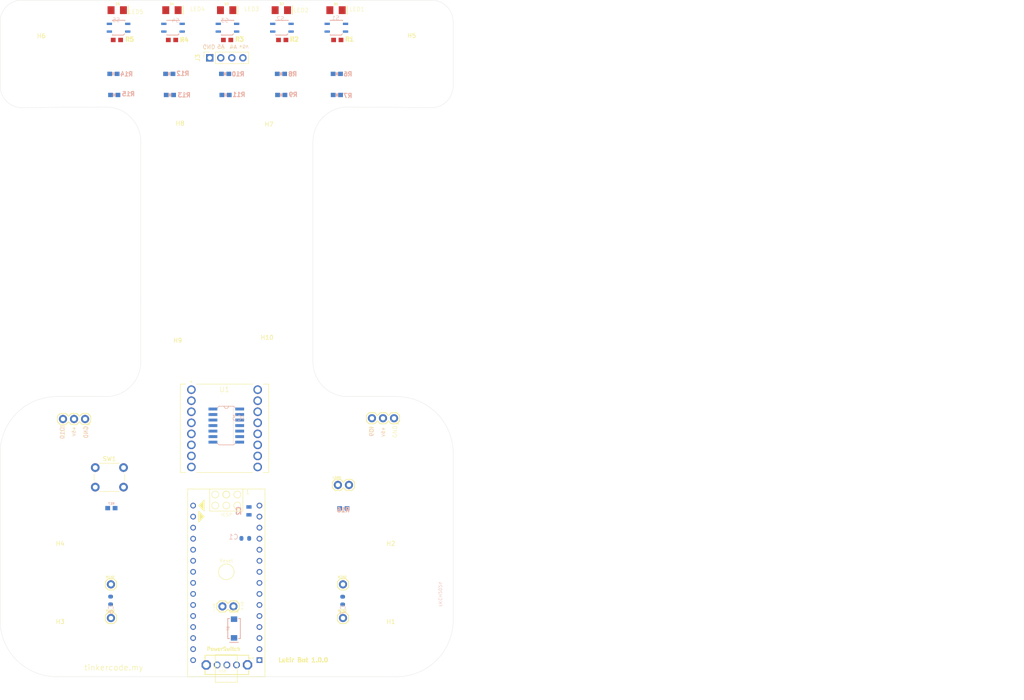
<source format=kicad_pcb>
(kicad_pcb (version 20221018) (generator pcbnew)
  (layers (0 "F.Cu" signal) (31 "B.Cu" signal) (34 "B.Paste" user) (35 "F.Paste" user) (36 "B.SilkS" user "B.Silkscreen") (37 "F.SilkS" user "F.Silkscreen") (38 "B.Mask" user) (39 "F.Mask" user) (44 "Edge.Cuts" user))
  (net 0 "")
  (net 1 "+5V")
  (net 2 "GND")
  (net 3 "/+3V3")
  (net 4 "/AD0")
  (net 5 "/AD1")
  (net 6 "/AD2")
  (net 7 "/AD3")
  (net 8 "/AD4")
  (net 9 "/AD5")
  (net 10 "/AD6")
  (net 11 "/AD7")
  (net 12 "/RESET")
  (net 13 "/IO0")
  (net 14 "/IO1")
  (net 16 "/IO2")
  (net 17 "/IO3")
  (net 18 "/IO4")
  (net 19 "/IO5")
  (net 20 "/IO6")
  (net 21 "/IO7")
  (net 22 "/IO8")
  (net 23 "/IO9")
  (net 24 "Net-(BATT0-Pad1)")
  (net 25 "/A02")
  (net 26 "/A01")
  (net 27 "/B02")
  (net 28 "/B01")
  (net 29 "Net-(D2-PadA)")
  (net 30 "Net-(D3-PadA)")
  (net 31 "Net-(D4-PadA)")
  (net 32 "Net-(D5-PadA)")
  (net 33 "Net-(D7-PadC)")
  (net 34 "Net-(IC3A-O)")
  (net 37 "Net-(IC3C-O)")
  (net 44 "Net-(U2-A)")
  (net 45 "Net-(U5-A)")
  (net 46 "Net-(U6-A)")
  (net 47 "Net-(U7-A)")
  (net 48 "Net-(U8-A)")
  (net 50 "/IO13")
  (net 51 "/IO10")
  (net 52 "/IO11")
  (net 53 "/IO12")
  (net 54 "Net-(D1-PadA)")
  (net 55 "/VIN")
  (footprint "lekirbot:0603" (layer "F.Cu") (at 117.9716 42.4422)
    (fp_text reference "R1" (at 2.8058 0.4318) (layer "F.SilkS") (effects (font (thickness 0.25) bold) (justify bottom)))
    (fp_text value "100OHM-0603-1/10W-1%" hide)
    (pad "1" smd rect (at -0.85 0) (size 1.1 1) (layers "F.Cu" "F.Paste" "F.Mask") (net 54 "Net-(D1-PadA)"))
    (pad "2" smd rect (at 0.85 0) (size 1.1 1) (layers "F.Cu" "F.Paste" "F.Mask") (net 1 "+5V"))
  )
  (footprint "lekirbot:0603" (layer "F.Cu") (at 105.3068 42.4422)
    (fp_text reference "R2" (at 2.7706 0.4318) (layer "F.SilkS") (effects (font (thickness 0.25) bold) (justify bottom)))
    (fp_text value "100OHM-0603-1/10W-1%" hide)
    (pad "1" smd rect (at -0.85 0) (size 1.1 1) (layers "F.Cu" "F.Paste" "F.Mask") (net 29 "Net-(D2-PadA)"))
    (pad "2" smd rect (at 0.85 0) (size 1.1 1) (layers "F.Cu" "F.Paste" "F.Mask") (net 1 "+5V"))
  )
  (footprint "Connector_PinSocket_2.54mm:PinSocket_1x04_P2.54mm_Vertical" (layer "F.Cu") (at 88.6464 46.557 90)
    (fp_text reference "J3" (at 0 -2.77 90) (layer "F.SilkS"))
    (fp_text value "Conn_01x04_Pin")
    (pad "1" thru_hole rect (at 0 0 90) (size 1.7 1.7) (drill 1) (layers "*.Cu" "*.Mask") (net 2 "GND"))
    (pad "2" thru_hole oval (at 0 2.54 90) (size 1.7 1.7) (drill 1) (layers "*.Cu" "*.Mask") (net 9 "/AD5"))
    (pad "3" thru_hole oval (at 0 5.08 90) (size 1.7 1.7) (drill 1) (layers "*.Cu" "*.Mask") (net 8 "/AD4"))
    (pad "4" thru_hole oval (at 0 7.62 90) (size 1.7 1.7) (drill 1) (layers "*.Cu" "*.Mask") (net 1 "+5V"))
  )
  (footprint "MountingHole:MountingHole_3.2mm_M3" (layer "F.Cu") (at 54.2671 180.453451)
    (fp_text reference "H3" (at 0 -4.2) (layer "F.SilkS"))
    (fp_text value "MountingHole")
    (pad "" np_thru_hole circle (at 0 0) (size 3.2 3.2) (drill 3.2) (layers "*.Cu" "*.Mask"))
  )
  (footprint "lekirbot:1X03" (layer "F.Cu") (at 131.0136 129.455251 180)
    (fp_text reference "J1" (at -1.27 -1.397) (layer "F.SilkS") (effects (font (size 0.512064 0.512064) (thickness 0.097536)) (justify right bottom)))
    (fp_text value "455-1750-1-ND" hide)
    (pad "1" thru_hole circle (at 0 0 270) (size 1.8796 1.8796) (drill 1.016) (layers "*.Cu" "*.Mask") (net 2 "GND"))
    (pad "2" thru_hole circle (at 2.54 0 270) (size 1.8796 1.8796) (drill 1.016) (layers "*.Cu" "*.Mask") (net 1 "+5V"))
    (pad "3" thru_hole circle (at 5.08 0 270) (size 1.8796 1.8796) (drill 1.016) (layers "*.Cu" "*.Mask") (net 23 "/IO9"))
  )
  (footprint "lekirbot:FKIT-LED-1206" (layer "F.Cu") (at 105.1056 35.5842)
    (fp_text reference "D2" (at 0.122373 -1.111251) (layer "F.SilkS") (effects (font (size 0.512064 0.512064) (thickness 0.097536)) (justify bottom)))
    (fp_text value "LED-FKIT-1206" hide)
    (pad "A" smd rect (at -1.422 0) (size 1.6 1.803) (layers "F.Cu" "F.Paste" "F.Mask") (net 29 "Net-(D2-PadA)"))
    (pad "C" smd rect (at 1.422 0) (size 1.6 1.803) (layers "F.Cu" "F.Paste" "F.Mask") (net 50 "/IO13"))
  )
  (footprint "lekirbot:1X01" (layer "F.Cu") (at 65.9384 167.664551)
    (fp_text reference "M1A0" (at -1.27 -1.397) (layer "F.SilkS") (effects (font (size 0.512064 0.512064) (thickness 0.097536)) (justify left bottom)))
    (fp_text value "CONN_01")
    (pad "1" thru_hole circle (at 0 0 90) (size 1.8796 1.8796) (drill 1.016) (layers "*.Cu" "*.Mask") (net 26 "/A01"))
  )
  (footprint "lekirbot:1X03" (layer "F.Cu") (at 59.9952 129.633051 180)
    (fp_text reference "J2" (at -1.27 -1.397) (layer "F.SilkS") (effects (font (size 0.512064 0.512064) (thickness 0.097536)) (justify right bottom)))
    (fp_text value "455-1750-1-ND" hide)
    (pad "1" thru_hole circle (at 0 0 270) (size 1.8796 1.8796) (drill 1.016) (layers "*.Cu" "*.Mask") (net 2 "GND"))
    (pad "2" thru_hole circle (at 2.54 0 270) (size 1.8796 1.8796) (drill 1.016) (layers "*.Cu" "*.Mask") (net 1 "+5V"))
    (pad "3" thru_hole circle (at 5.08 0 270) (size 1.8796 1.8796) (drill 1.016) (layers "*.Cu" "*.Mask") (net 51 "/IO10"))
  )
  (footprint "MountingHole:MountingHole_3.2mm_M3" (layer "F.Cu") (at 54.2671 162.495651)
    (fp_text reference "H4" (at 0 -4.2) (layer "F.SilkS"))
    (fp_text value "MountingHole")
    (pad "" np_thru_hole circle (at 0 0) (size 3.2 3.2) (drill 3.2) (layers "*.Cu" "*.Mask"))
  )
  (footprint "lekirbot:FKIT-LED-1206" (layer "F.Cu") (at 117.6786 35.5842)
    (fp_text reference "D1" (at 0 -1.119541) (layer "F.SilkS") (effects (font (size 0.48768 0.48768) (thickness 0.12192)) (justify bottom)))
    (fp_text value "LED-FKIT-1206" hide)
    (pad "A" smd rect (at -1.422 0) (size 1.6 1.803) (layers "F.Cu" "F.Paste" "F.Mask") (net 54 "Net-(D1-PadA)"))
    (pad "C" smd rect (at 1.422 0) (size 1.6 1.803) (layers "F.Cu" "F.Paste" "F.Mask") (net 52 "/IO11"))
  )
  (footprint "Button_Switch_THT:SW_PUSH_6mm" (layer "F.Cu") (at 62.3344 140.804851)
    (fp_text reference "SW1" (at 3.25 -2) (layer "F.SilkS"))
    (fp_text value "SW_Push")
    (pad "1" thru_hole circle (at 0 0 90) (size 2 2) (drill 1.1) (layers "*.Cu" "*.Mask") (net 2 "GND"))
    (pad "1" thru_hole circle (at 6.5 0 90) (size 2 2) (drill 1.1) (layers "*.Cu" "*.Mask") (net 2 "GND"))
    (pad "2" thru_hole circle (at 0 4.5 90) (size 2 2) (drill 1.1) (layers "*.Cu" "*.Mask") (net 22 "/IO8"))
    (pad "2" thru_hole circle (at 6.5 4.5 90) (size 2 2) (drill 1.1) (layers "*.Cu" "*.Mask") (net 22 "/IO8"))
  )
  (footprint "lekirbot:FKIT-LED-1206" (layer "F.Cu") (at 79.9596 35.5842)
    (fp_text reference "D4" (at 0 -1.111251) (layer "F.SilkS") (effects (font (size 0.512064 0.512064) (thickness 0.097536)) (justify bottom)))
    (fp_text value "LED-FKIT-1206" hide)
    (pad "A" smd rect (at -1.422 0) (size 1.6 1.803) (layers "F.Cu" "F.Paste" "F.Mask") (net 31 "Net-(D4-PadA)"))
    (pad "C" smd rect (at 1.422 0) (size 1.6 1.803) (layers "F.Cu" "F.Paste" "F.Mask") (net 53 "/IO12"))
  )
  (footprint "MountingHole:MountingHole_3.2mm_M3" (layer "F.Cu") (at 135.0776 45.6426)
    (fp_text reference "H5" (at 0 -4.2) (layer "F.SilkS"))
    (fp_text value "MountingHole")
    (pad "" np_thru_hole circle (at 0 0) (size 3.2 3.2) (drill 3.2) (layers "*.Cu" "*.Mask"))
  )
  (footprint "lekirbot:1X02" (layer "F.Cu") (at 118.1104 144.796851)
    (fp_text reference "LDR0" (at -1.27 -1.397) (layer "F.SilkS") (effects (font (size 0.512064 0.512064) (thickness 0.097536)) (justify left bottom)))
    (fp_text value "CONN_02")
    (pad "1" thru_hole circle (at 0 0 90) (size 1.8796 1.8796) (drill 1.016) (layers "*.Cu" "*.Mask") (net 11 "/AD7"))
    (pad "2" thru_hole circle (at 2.54 0 90) (size 1.8796 1.8796) (drill 1.016) (layers "*.Cu" "*.Mask") (net 1 "+5V"))
  )
  (footprint "lekirbot:1X02" (layer "F.Cu") (at 94.1074 172.736851 180)
    (fp_text reference "BATT0" (at -1.270009 -1.397007) (layer "F.SilkS") (effects (font (size 0.512064 0.512064) (thickness 0.097536)) (justify right bottom)))
    (fp_text value "CONN_02")
    (pad "1" thru_hole circle (at 0 0 270) (size 1.8796 1.8796) (drill 1.016) (layers "*.Cu" "*.Mask") (net 24 "Net-(BATT0-Pad1)"))
    (pad "2" thru_hole circle (at 2.54 0 270) (size 1.8796 1.8796) (drill 1.016) (layers "*.Cu" "*.Mask") (net 2 "GND"))
  )
  (footprint "lekirbot:FKIT-LED-1206" (layer "F.Cu") (at 92.5326 35.5842)
    (fp_text reference "D3" (at -0.000003 -1.111251) (layer "F.SilkS") (effects (font (size 0.512064 0.512064) (thickness 0.097536)) (justify bottom)))
    (fp_text value "LED-FKIT-1206" hide)
    (pad "A" smd rect (at -1.422 0) (size 1.6 1.803) (layers "F.Cu" "F.Paste" "F.Mask") (net 30 "Net-(D3-PadA)"))
    (pad "C" smd rect (at 1.422 0) (size 1.6 1.803) (layers "F.Cu" "F.Paste" "F.Mask") (net 21 "/IO7"))
  )
  (footprint "lekirbot:0603" (layer "F.Cu") (at 67.3122 42.4422)
    (fp_text reference "R5" (at 2.9192 0.4318) (layer "F.SilkS") (effects (font (thickness 0.25) bold) (justify bottom)))
    (fp_text value "100OHM-0603-1/10W-1%" hide)
    (pad "1" smd rect (at -0.85 0) (size 1.1 1) (layers "F.Cu" "F.Paste" "F.Mask") (net 32 "Net-(D5-PadA)"))
    (pad "2" smd rect (at 0.85 0) (size 1.1 1) (layers "F.Cu" "F.Paste" "F.Mask") (net 1 "+5V"))
  )
  (footprint "lekirbot:ARDUINO_NANO" (layer "F.Cu") (at 92.4564 164.786851 90)
    (fp_text reference "ARDUINO_NANO1" hide)
    (fp_text value "ARDUINO_NANO" hide)
    (fp_text user "This library was created by Esp. Marco-Luis SALCEDO TOVAR.\nPlease report any errors or suggestions to: YV1HX@CANTV.NET\nThanks you~~!" (at -22.86 1.27 180) (layer "F.SilkS") (effects (font (size 0.050292 0.050292) (thickness 0.000508)) (justify left bottom)))
    (fp_text user "Mini-B\nUSB" (at -21.59 0 180) (layer "F.SilkS") (effects (font (size 0.560832 0.560832) (thickness 0.048768)) (justify right top)))
    (fp_text user "1" (at -20.32 6.35 90) (layer "F.SilkS") (effects (font (size 0.93472 0.93472) (thickness 0.08128)) (justify left bottom)))
    (fp_text user "1" (at 17.78 4.445) (layer "F.SilkS") (effects (font (size 0.93472 0.93472) (thickness 0.08128)) (justify left bottom)))
    (fp_text user "ICSP" (at 12.7 -1.27) (layer "F.SilkS") (effects (font (size 0.747776 0.747776) (thickness 0.065024)) (justify left bottom)))
    (fp_text user "Reset" (at 2.54 0 180) (layer "F.SilkS") (effects (font (size 0.747776 0.747776) (thickness 0.065024))))
    (pad "" np_thru_hole circle (at -22.86 -7.62 90) (size 1.778 1.778) (drill 1.778) (layers "*.Cu" "*.Mask"))
    (pad "" np_thru_hole circle (at -22.86 7.62 90) (size 1.778 1.778) (drill 1.778) (layers "*.Cu" "*.Mask"))
    (pad "" np_thru_hole circle (at 17.78 -7.62 90) (size 1.778 1.778) (drill 1.778) (layers "*.Cu" "*.Mask"))
    (pad "" np_thru_hole circle (at 17.78 7.62 90) (size 1.778 1.778) (drill 1.778) (layers "*.Cu" "*.Mask"))
    (pad "1" thru_hole rect (at -20.32 7.62 90) (size 1.308 1.308) (drill 0.8) (layers "*.Cu" "*.Mask") (net 50 "/IO13"))
    (pad "2" thru_hole circle (at -17.78 7.62 90) (size 1.308 1.308) (drill 0.8) (layers "*.Cu" "*.Mask") (net 3 "/+3V3"))
    (pad "3" thru_hole circle (at -15.24 7.62 90) (size 1.308 1.308) (drill 0.8) (layers "*.Cu" "*.Mask") (net 1 "+5V"))
    (pad "4" thru_hole circle (at -12.7 7.62 90) (size 1.308 1.308) (drill 0.8) (layers "*.Cu" "*.Mask") (net 4 "/AD0"))
    (pad "5" thru_hole circle (at -10.16 7.62 90) (size 1.308 1.308) (drill 0.8) (layers "*.Cu" "*.Mask") (net 5 "/AD1"))
    (pad "6" thru_hole circle (at -7.62 7.62 90) (size 1.308 1.308) (drill 0.8) (layers "*.Cu" "*.Mask") (net 6 "/AD2"))
    (pad "7" thru_hole circle (at -5.08 7.62 90) (size 1.308 1.308) (drill 0.8) (layers "*.Cu" "*.Mask") (net 7 "/AD3"))
    (pad "8" thru_hole circle (at -2.54 7.62 90) (size 1.308 1.308) (drill 0.8) (layers "*.Cu" "*.Mask") (net 8 "/AD4"))
    (pad "9" thru_hole circle (at 0 7.62 90) (size 1.308 1.308) (drill 0.8) (layers "*.Cu" "*.Mask") (net 9 "/AD5"))
    (pad "10" thru_hole circle (at 2.54 7.62 90) (size 1.308 1.308) (drill 0.8) (layers "*.Cu" "*.Mask") (net 10 "/AD6"))
    (pad "11" thru_hole circle (at 5.08 7.62 90) (size 1.308 1.308) (drill 0.8) (layers "*.Cu" "*.Mask") (net 11 "/AD7"))
    (pad "12" thru_hole circle (at 7.62 7.62 90) (size 1.308 1.308) (drill 0.8) (layers "*.Cu" "*.Mask") (net 1 "+5V"))
    (pad "13" thru_hole circle (at 10.16 7.62 90) (size 1.308 1.308) (drill 0.8) (layers "*.Cu" "*.Mask") (net 12 "/RESET"))
    (pad "14" thru_hole circle (at 12.7 7.62 90) (size 1.308 1.308) (drill 0.8) (layers "*.Cu" "*.Mask") (net 2 "GND"))
    (pad "15" thru_hole circle (at 15.24 7.62 90) (size 1.308 1.308) (drill 0.8) (layers "*.Cu" "*.Mask") (net 55 "/VIN"))
    (pad "16" thru_hole circle (at 15.24 -7.62 90) (size 1.308 1.308) (drill 0.8) (layers "*.Cu" "*.Mask") (net 13 "/IO0"))
    (pad "17" thru_hole circle (at 12.7 -7.62 90) (size 1.308 1.308) (drill 0.8) (layers "*.Cu" "*.Mask") (net 14 "/IO1"))
    (pad "18" thru_hole circle (at 10.16 -7.62 90) (size 1.308 1.308) (drill 0.8) (layers "*.Cu" "*.Mask"))
    (pad "19" thru_hole circle (at 7.62 -7.62 90) (size 1.308 1.308) (drill 0.8) (layers "*.Cu" "*.Mask") (net 2 "GND"))
    (pad "20" thru_hole circle (at 5.08 -7.62 90) (size 1.308 1.308) (drill 0.8) (layers "*.Cu" "*.Mask") (net 16 "/IO2"))
    (pad "21" thru_hole circle (at 2.54 -7.62 90) (size 1.308 1.308) (drill 0.8) (layers "*.Cu" "*.Mask") (net 17 "/IO3"))
    (pad "22" thru_hole circle (at 0 -7.62 90) (size 1.308 1.308) (drill 0.8) (layers "*.Cu" "*.Mask") (net 18 "/IO4"))
    (pad "23" thru_hole circle (at -2.54 -7.62 90) (size 1.308 1.308) (drill 0.8) (layers "*.Cu" "*.Mask") (net 19 "/IO5"))
    (pad "24" thru_hole circle (at -5.08 -7.62 90) (size 1.308 1.308) (drill 0.8) (layers "*.Cu" "*.Mask") (net 20 "/IO6"))
    (pad "25" thru_hole circle (at -7.62 -7.62 90) (size 1.308 1.308) (drill 0.8) (layers "*.Cu" "*.Mask") (net 21 "/IO7"))
    (pad "26" thru_hole circle (at -10.16 -7.62 90) (size 1.308 1.308) (drill 0.8) (layers "*.Cu" "*.Mask") (net 22 "/IO8"))
    (pad "27" thru_hole circle (at -12.7 -7.62 90) (size 1.308 1.308) (drill 0.8) (layers "*.Cu" "*.Mask") (net 23 "/IO9"))
    (pad "28" thru_hole circle (at -15.24 -7.62 90) (size 1.308 1.308) (drill 0.8) (layers "*.Cu" "*.Mask") (net 51 "/IO10"))
    (pad "29" thru_hole circle (at -17.78 -7.62 90) (size 1.308 1.308) (drill 0.8) (layers "*.Cu" "*.Mask") (net 52 "/IO11"))
    (pad "30" thru_hole circle (at -20.32 -7.62 90) (size 1.308 1.308) (drill 0.8) (layers "*.Cu" "*.Mask") (net 53 "/IO12"))
  )
  (footprint "MountingHole:MountingHole_3.2mm_M3" (layer "F.Cu") (at 81.8392 65.8356)
    (fp_text reference "H8" (at 0 -4.2) (layer "F.SilkS"))
    (fp_text value "MountingHole")
    (pad "" np_thru_hole circle (at 0 0) (size 3.2 3.2) (drill 3.2) (layers "*.Cu" "*.Mask"))
  )
  (footprint "lekirbot:0603" (layer "F.Cu") (at 92.6419 42.4422)
    (fp_text reference "R3" (at 2.8625 0.4318) (layer "F.SilkS") (effects (font (thickness 0.25) bold) (justify bottom)))
    (fp_text value "100OHM-0603-1/10W-1%" hide)
    (pad "1" smd rect (at -0.85 0) (size 1.1 1) (layers "F.Cu" "F.Paste" "F.Mask") (net 30 "Net-(D3-PadA)"))
    (pad "2" smd rect (at 0.85 0) (size 1.1 1) (layers "F.Cu" "F.Paste" "F.Mask") (net 1 "+5V"))
  )
  (footprint "lekirbot:EG1213" (layer "F.Cu") (at 92.5834 186.198851)
    (fp_text reference "S2X0" hide)
    (fp_text value "EG1213" hide)
    (fp_text user "PowerSwitch" (at -4.699 -3.175) (layer "F.SilkS") (effects (font (size 0.83312 0.83312) (thickness 0.18288)) (justify left bottom)))
    (pad "1" thru_hole roundrect (at -2.2225 0 90) (size 1.524 1.524) (drill 1.016) (layers "*.Cu" "*.Mask") (chamfer_ratio 0.2928932188) (chamfer top_left top_right bottom_left bottom_right) (net 55 "/VIN"))
    (pad "2" thru_hole roundrect (at 0 0 90) (size 1.524 1.524) (drill 1.016) (layers "*.Cu" "*.Mask") (chamfer_ratio 0.2928932188) (chamfer top_left top_right bottom_left bottom_right) (net 33 "Net-(D7-PadC)"))
    (pad "3" thru_hole roundrect (at 2.2225 0 90) (size 1.524 1.524) (drill 1.016) (layers "*.Cu" "*.Mask") (chamfer_ratio 0.2928932188) (chamfer top_left top_right bottom_left bottom_right))
    (pad "G1" thru_hole roundrect (at -4.75 0.0125 90) (size 2.1336 2.1336) (drill 1.4224) (layers "*.Cu" "*.Mask") (chamfer_ratio 0.2928932188) (chamfer top_left top_right bottom_left bottom_right))
    (pad "G2" thru_hole roundrect (at 4.75 -0.0125 90) (size 2.1336 2.1336) (drill 1.4224) (layers "*.Cu" "*.Mask") (chamfer_ratio 0.2928932188) (chamfer top_left top_right bottom_left bottom_right))
  )
  (footprint "lekirbot:1X01" (layer "F.Cu") (at 65.9384 175.411551)
    (fp_text reference "M1B0" (at -1.27 -1.397) (layer "F.SilkS") (effects (font (size 0.512064 0.512064) (thickness 0.097536)) (justify left bottom)))
    (fp_text value "CONN_01")
    (pad "1" thru_hole circle (at 0 0 90) (size 1.8796 1.8796) (drill 1.016) (layers "*.Cu" "*.Mask") (net 25 "/A02"))
  )
  (footprint "MountingHole:MountingHole_3.2mm_M3" (layer "F.Cu") (at 102.591 116.425051)
    (fp_text reference "H10" (at -0.762 -5.537) (layer "F.SilkS"))
    (fp_text value "MountingHole")
    (pad "" np_thru_hole circle (at 0 0) (size 3.2 3.2) (drill 3.2) (layers "*.Cu" "*.Mask"))
  )
  (footprint "MountingHole:MountingHole_3.2mm_M3" (layer "F.Cu") (at 102.5148 65.8864)
    (fp_text reference "H7" (at -0.2286 -4.039) (layer "F.SilkS"))
    (fp_text value "MountingHole")
    (pad "" np_thru_hole circle (at 0 0) (size 3.2 3.2) (drill 3.2) (layers "*.Cu" "*.Mask"))
  )
  (footprint "MountingHole:MountingHole_3.2mm_M3" (layer "F.Cu") (at 81.8138 116.501251)
    (fp_text reference "H9" (at -0.5334 -4.9276) (layer "F.SilkS"))
    (fp_text value "MountingHole")
    (pad "" np_thru_hole circle (at 0 0) (size 3.2 3.2) (drill 3.2) (layers "*.Cu" "*.Mask"))
  )
  (footprint "lekirbot:1X01" (layer "F.Cu") (at 119.2784 167.664551)
    (fp_text reference "M2A0" (at -1.27 -1.397) (layer "F.SilkS") (effects (font (size 0.512064 0.512064) (thickness 0.097536)) (justify left bottom)))
    (fp_text value "CONN_01")
    (pad "1" thru_hole circle (at 0 0 90) (size 1.8796 1.8796) (drill 1.016) (layers "*.Cu" "*.Mask") (net 28 "/B01"))
  )
  (footprint "lekirbot:1X01" (layer "F.Cu") (at 119.2784 175.411551)
    (fp_text reference "M2B0" (at -1.27 -1.397) (layer "F.SilkS") (effects (font (size 0.512064 0.512064) (thickness 0.097536)) (justify left bottom)))
    (fp_text value "CONN_01")
    (pad "1" thru_hole circle (at 0 0 90) (size 1.8796 1.8796) (drill 1.016) (layers "*.Cu" "*.Mask") (net 27 "/B02"))
  )
  (footprint "MountingHole:MountingHole_3.2mm_M3" (layer "F.Cu") (at 49.9368 45.7188)
    (fp_text reference "H6" (at 0 -4.2) (layer "F.SilkS"))
    (fp_text value "MountingHole")
    (pad "" np_thru_hole circle (at 0 0) (size 3.2 3.2) (drill 3.2) (layers "*.Cu" "*.Mask"))
  )
  (footprint "ROB-14450:MODULE_ROB-14450" (layer "F.Cu") (at 92.05 131.775)
    (fp_text reference "U1" (at -1.27 -8.255) (layer "F.SilkS") (effects (font (size 1.1684 1.1684) (thickness 0.1016)) (justify left bottom)))
    (fp_text value "TB6612FNG")
    (pad "1" thru_hole circle (at -7.62 -8.89 90) (size 1.98 1.98) (drill 1.32) (layers "*.Cu" "*.Mask") (net 55 "/VIN"))
    (pad "2" thru_hole circle (at -7.62 -6.35 90) (size 1.98 1.98) (drill 1.32) (layers "*.Cu" "*.Mask") (net 1 "+5V"))
    (pad "3" thru_hole circle (at -7.62 -3.81 90) (size 1.98 1.98) (drill 1.32) (layers "*.Cu" "*.Mask") (net 2 "GND"))
    (pad "4" thru_hole circle (at -7.62 -1.27 90) (size 1.98 1.98) (drill 1.32) (layers "*.Cu" "*.Mask") (net 26 "/A01"))
    (pad "5" thru_hole circle (at -7.62 1.27 90) (size 1.98 1.98) (drill 1.32) (layers "*.Cu" "*.Mask") (net 25 "/A02"))
    (pad "6" thru_hole circle (at -7.62 3.81 90) (size 1.98 1.98) (drill 1.32) (layers "*.Cu" "*.Mask") (net 27 "/B02"))
    (pad "7" thru_hole circle (at -7.62 6.35 90) (size 1.98 1.98) (drill 1.32) (layers "*.Cu" "*.Mask") (net 28 "/B01"))
    (pad "8" thru_hole circle (at -7.62 8.89 90) (size 1.98 1.98) (drill 1.32) (layers "*.Cu" "*.Mask") (net 2 "GND"))
    (pad "9" thru_hole circle (at 7.62 8.89 270) (size 1.98 1.98) (drill 1.32) (layers "*.Cu" "*.Mask") (net 2 "GND"))
    (pad "10" thru_hole circle (at 7.62 6.35 270) (size 1.98 1.98) (drill 1.32) (layers "*.Cu" "*.Mask") (net 19 "/IO5"))
    (pad "11" thru_hole circle (at 7.62 3.81 270) (size 1.98 1.98) (drill 1.32) (layers "*.Cu" "*.Mask") (net 37 "Net-(IC3C-O)"))
    (pad "12" thru_hole circle (at 7.62 1.27 270) (size 1.98 1.98) (drill 1.32) (layers "*.Cu" "*.Mask") (net 17 "/IO3"))
    (pad "13" thru_hole circle (at 7.62 -1.27 270) (size 1.98 1.98) (drill 1.32) (layers "*.Cu" "*.Mask") (net 1 "+5V"))
    (pad "14" thru_hole circle (at 7.62 -3.81 270) (size 1.98 1.98) (drill 1.32) (layers "*.Cu" "*.Mask") (net 16 "/IO2"))
    (pad "15" thru_hole circle (at 7.62 -6.35 270) (size 1.98 1.98) (drill 1.32) (layers "*.Cu" "*.Mask") (net 34 "Net-(IC3A-O)"))
    (pad "16" thru_hole circle (at 7.62 -8.89 270) (size 1.98 1.98) (drill 1.32) (layers "*.Cu" "*.Mask") (net 20 "/IO6"))
  )
  (footprint "MountingHole:MountingHole_3.2mm_M3" (layer "F.Cu") (at 130.2893 180.453451)
    (fp_text reference "H1" (at 0 -4.2) (layer "F.SilkS"))
    (fp_text value "MountingHole")
    (pad "" np_thru_hole circle (at 0 0) (size 3.2 3.2) (drill 3.2) (layers "*.Cu" "*.Mask"))
  )
  (footprint "lekirbot:FKIT-LED-1206" (layer "F.Cu") (at 67.3866 35.5842)
    (fp_text reference "D5" (at 0.102 -1.111251) (layer "F.SilkS") (effects (font (size 0.512064 0.512064) (thickness 0.097536)) (justify bottom)))
    (fp_text value "LED-FKIT-1206" hide)
    (pad "A" smd rect (at -1.422 0) (size 1.6 1.803) (layers "F.Cu" "F.Paste" "F.Mask") (net 32 "Net-(D5-PadA)"))
    (pad "C" smd rect (at 1.422 0) (size 1.6 1.803) (layers "F.Cu" "F.Paste" "F.Mask") (net 18 "/IO4"))
  )
  (footprint "lekirbot:0603" (layer "F.Cu") (at 79.9771 42.4422)
    (fp_text reference "R4" (at 2.8273 0.5588) (layer "F.SilkS") (effects (font (thickness 0.25) bold) (justify bottom)))
    (fp_text value "100OHM-0603-1/10W-1%" hide)
    (pad "1" smd rect (at -0.85 0) (size 1.1 1) (layers "F.Cu" "F.Paste" "F.Mask") (net 31 "Net-(D4-PadA)"))
    (pad "2" smd rect (at 0.85 0) (size 1.1 1) (layers "F.Cu" "F.Paste" "F.Mask") (net 1 "+5V"))
  )
  (footprint "MountingHole:MountingHole_3.2mm_M3" (layer "F.Cu") (at 130.2893 162.495651)
    (fp_text reference "H2" (at 0 -4.2) (layer "F.SilkS"))
    (fp_text value "MountingHole")
    (pad "" np_thru_hole circle (at 0 0) (size 3.2 3.2) (drill 3.2) (layers "*.Cu" "*.Mask"))
  )
  (footprint "lekirbot:QRE1113-1_1" (layer "B.Cu") (at 67.6914 39.6228 180)
    (fp_text reference "U2" hide)
    (fp_text value "QRE11131:1" hide)
    (pad "1" smd rect (at -2.1082 -0.889 180) (size 1.2192 0.5334) (layers "B.Cu" "B.Paste" "B.Mask") (net 44 "Net-(U2-A)"))
    (pad "2" smd rect (at 2.1082 -0.889 180) (size 1.2192 0.5334) (layers "B.Cu" "B.Paste" "B.Mask") (net 2 "GND"))
    (pad "3" smd rect (at 2.1082 0.889 180) (size 1.2192 0.5334) (layers "B.Cu" "B.Paste" "B.Mask") (net 4 "/AD0"))
    (pad "4" smd rect (at -2.1082 0.889 180) (size 1.2192 0.5334) (layers "B.Cu" "B.Paste" "B.Mask") (net 2 "GND"))
  )
  (footprint "lekirbot:QRE1113-1_1" (layer "B.Cu") (at 92.7231 39.6228 180)
    (fp_text reference "U6" hide)
    (fp_text value "QRE11131:1" hide)
    (pad "1" smd rect (at -2.1082 -0.889 180) (size 1.2192 0.5334) (layers "B.Cu" "B.Paste" "B.Mask") (net 46 "Net-(U6-A)"))
    (pad "2" smd rect (at 2.1082 -0.889 180) (size 1.2192 0.5334) (layers "B.Cu" "B.Paste" "B.Mask") (net 2 "GND"))
    (pad "3" smd rect (at 2.1082 0.889 180) (size 1.2192 0.5334) (layers "B.Cu" "B.Paste" "B.Mask") (net 6 "/AD2"))
    (pad "4" smd rect (at -2.1082 0.889 180) (size 1.2192 0.5334) (layers "B.Cu" "B.Paste" "B.Mask") (net 2 "GND"))
  )
  (footprint "lekirbot:QRE1113-1_1" (layer "B.Cu") (at 117.7548 39.6228 180)
    (fp_text reference "U8" hide)
    (fp_text value "QRE11131:1" hide)
    (pad "1" smd rect (at -2.1082 -0.889 180) (size 1.2192 0.5334) (layers "B.Cu" "B.Paste" "B.Mask") (net 48 "Net-(U8-A)"))
    (pad "2" smd rect (at 2.1082 -0.889 180) (size 1.2192 0.5334) (layers "B.Cu" "B.Paste" "B.Mask") (net 2 "GND"))
    (pad "3" smd rect (at 2.1082 0.889 180) (size 1.2192 0.5334) (layers "B.Cu" "B.Paste" "B.Mask") (net 10 "/AD6"))
    (pad "4" smd rect (at -2.1082 0.889 180) (size 1.2192 0.5334) (layers "B.Cu" "B.Paste" "B.Mask") (net 2 "GND"))
  )
  (footprint "lekirbot:SMA-DIODE" (layer "B.Cu") (at 94.2344 177.825051 -90)
    (fp_text reference "D7" (at 0 1.651 90) (layer "B.SilkS") (effects (font (size 0.512064 0.512064) (thickness 0.097536)) (justify top mirror)))
    (fp_text value "DIODE-SCHOTTKY-SS14" hide)
    (pad "A" smd rect (at -2.15 0 90) (size 1.27 1.47) (layers "B.Cu" "B.Paste" "B.Mask") (net 24 "Net-(BATT0-Pad1)"))
    (pad "C" smd rect (at 2.15 0 270) (size 1.27 1.47) (layers "B.Cu" "B.Paste" "B.Mask") (net 33 "Net-(D7-PadC)"))
  )
  (footprint "lekirbot:0603" (layer "B.Cu") (at 66.0404 150.130851 180)
    (fp_text reference "R17" (at 0 0.762) (layer "B.SilkS") (effects (font (size 0.48768 0.48768) (thickness 0.12192)) (justify bottom mirror)))
    (fp_text value "1kOHM-0603-1/10W-1%")
    (pad "1" smd rect (at -0.85 0 180) (size 1.1 1) (layers "B.Cu" "B.Paste" "B.Mask") (net 22 "/IO8"))
    (pad "2" smd rect (at 0.85 0 180) (size 1.1 1) (layers "B.Cu" "B.Paste" "B.Mask") (net 1 "+5V"))
  )
  (footprint "lekirbot:0603-RES" (layer "B.Cu") (at 79.348 50.2398 180)
    (fp_text reference "R12" (at -4.7264 -0.5082) (layer "B.SilkS") (effects (font (thickness 0.25) bold) (justify left bottom mirror)))
    (fp_text value "10K")
    (pad "1" smd rect (at -0.85 0 180) (size 1.1 1) (layers "B.Cu" "B.Paste" "B.Mask") (net 1 "+5V"))
    (pad "2" smd rect (at 0.85 0 180) (size 1.1 1) (layers "B.Cu" "B.Paste" "B.Mask") (net 5 "/AD1"))
  )
  (footprint "lekirbot:0805" (layer "B.Cu") (at 97.6634 150.765851 -90)
    (fp_text reference "C2" (at 0 1.778 90) (layer "B.SilkS") (effects (font (thickness 0.25) bold) (justify bottom mirror)))
    (fp_text value "22UF-0805-6.3V-20%" hide)
    (pad "1" smd rect (at -0.9 0 270) (size 0.8 1.2) (layers "B.Cu" "B.Paste" "B.Mask") (net 55 "/VIN"))
    (pad "2" smd rect (at 0.9 0 270) (size 0.8 1.2) (layers "B.Cu" "B.Paste" "B.Mask") (net 2 "GND"))
  )
  (footprint "lekirbot:C0603-ROUND" (layer "B.Cu") (at 65.8622 171.372951 90)
    (fp_text reference "C6" (at -0.889 0.762 90) (layer "B.SilkS") (effects (font (size 1.176528 1.176528) (thickness 0.093472)) (justify left bottom mirror)))
    (fp_text value "100n")
    (pad "1" smd roundrect (at -0.889 0) (size 1.1 0.8984) (layers "B.Cu" "B.Paste" "B.Mask") (roundrect_rratio 0.4) (net 25 "/A02"))
    (pad "2" smd roundrect (at 0.889 0) (size 1.1 0.8984) (layers "B.Cu" "B.Paste" "B.Mask") (roundrect_rratio 0.4) (net 26 "/A01"))
  )
  (footprint "lekirbot:0603" (layer "B.Cu") (at 119.355 150.19 180)
    (fp_text reference "R16" (at 0 -0.94) (layer "B.SilkS") (effects (font (thickness 0.25) bold) (justify bottom mirror)))
    (fp_text value "100OHM-0603-1/10W-1%" hide)
    (pad "1" smd rect (at -0.85 0 180) (size 1.1 1) (layers "B.Cu" "B.Paste" "B.Mask") (net 2 "GND"))
    (pad "2" smd rect (at 0.85 0 180) (size 1.1 1) (layers "B.Cu" "B.Paste" "B.Mask") (net 11 "/AD7"))
  )
  (footprint "lekirbot:0603-RES" (layer "B.Cu") (at 79.4911 55.0912)
    (fp_text reference "R13" (at 1.6623 0.6098) (layer "B.SilkS") (effects (font (thickness 0.25) bold) (justify right bottom mirror)))
    (fp_text value "100")
    (pad "1" smd rect (at -0.85 0) (size 1.1 1) (layers "B.Cu" "B.Paste" "B.Mask") (net 45 "Net-(U5-A)"))
    (pad "2" smd rect (at 0.85 0) (size 1.1 1) (layers "B.Cu" "B.Paste" "B.Mask") (net 1 "+5V"))
  )
  (footprint "lekirbot:C0603-ROUND" (layer "B.Cu") (at 96.8252 157.090451)
    (fp_text reference "C1" (at -3.937 -1.016) (layer "B.SilkS") (effects (font (size 1.15316 1.15316) (thickness 0.11684)) (justify right top mirror)))
    (fp_text value "100n")
    (pad "1" smd roundrect (at -0.889 0 270) (size 1.1 0.8984) (layers "B.Cu" "B.Paste" "B.Mask") (roundrect_rratio 0.4) (net 2 "GND"))
    (pad "2" smd roundrect (at 0.889 0 270) (size 1.1 0.8984) (layers "B.Cu" "B.Paste" "B.Mask") (roundrect_rratio 0.4) (net 1 "+5V"))
  )
  (footprint "lekirbot:QRE1113-1_1" (layer "B.Cu") (at 105.239 39.6228 180)
    (fp_text reference "U7" hide)
    (fp_text value "QRE11131:1" hide)
    (pad "1" smd rect (at -2.1082 -0.889 180) (size 1.2192 0.5334) (layers "B.Cu" "B.Paste" "B.Mask") (net 47 "Net-(U7-A)"))
    (pad "2" smd rect (at 2.1082 -0.889 180) (size 1.2192 0.5334) (layers "B.Cu" "B.Paste" "B.Mask") (net 2 "GND"))
    (pad "3" smd rect (at 2.1082 0.889 180) (size 1.2192 0.5334) (layers "B.Cu" "B.Paste" "B.Mask") (net 7 "/AD3"))
    (pad "4" smd rect (at -2.1082 0.889 180) (size 1.2192 0.5334) (layers "B.Cu" "B.Paste" "B.Mask") (net 2 "GND"))
  )
  (footprint "lekirbot:0603-RES" (layer "B.Cu") (at 92.286 55.0912)
    (fp_text reference "R11" (at 1.4404 -0.6602) (layer "B.SilkS") (effects (font (thickness 0.25) bold) (justify right top mirror)))
    (fp_text value "100")
    (pad "1" smd rect (at -0.85 0) (size 1.1 1) (layers "B.Cu" "B.Paste" "B.Mask") (net 46 "Net-(U6-A)"))
    (pad "2" smd rect (at 0.85 0) (size 1.1 1) (layers "B.Cu" "B.Paste" "B.Mask") (net 1 "+5V"))
  )
  (footprint "lekirbot:SO14" (layer "B.Cu") (at 92.4564 131.14 -90)
    (fp_text reference "IC3" (at -2.413 -1.27) (layer "B.SilkS") (effects (font (size 1.1557 1.1557) (thickness 0.1143)) (justify right top mirror)))
    (fp_text value "7404D")
    (pad "1" smd rect (at -3.81 -3.0734 270) (size 0.6604 2.032) (layers "B.Cu" "B.Paste" "B.Mask") (net 16 "/IO2"))
    (pad "2" smd rect (at -2.54 -3.0734 270) (size 0.6604 2.032) (layers "B.Cu" "B.Paste" "B.Mask") (net 34 "Net-(IC3A-O)"))
    (pad "3" smd rect (at -1.27 -3.0734 270) (size 0.6604 2.032) (layers "B.Cu" "B.Paste" "B.Mask"))
    (pad "4" smd rect (at 0 -3.0734 270) (size 0.6604 2.032) (layers "B.Cu" "B.Paste" "B.Mask"))
    (pad "5" smd rect (at 1.27 -3.0734 270) (size 0.6604 2.032) (layers "B.Cu" "B.Paste" "B.Mask") (net 17 "/IO3"))
    (pad "6" smd rect (at 2.54 -3.0734 270) (size 0.6604 2.032) (layers "B.Cu" "B.Paste" "B.Mask") (net 37 "Net-(IC3C-O)"))
    (pad "7" smd rect (at 3.81 -3.0734 270) (size 0.6604 2.032) (layers "B.Cu" "B.Paste" "B.Mask") (net 2 "GND"))
    (pad "8" smd rect (at 3.81 3.0734 270) (size 0.6604 2.032) (layers "B.Cu" "B.Paste" "B.Mask"))
    (pad "9" smd rect (at 2.54 3.0734 270) (size 0.6604 2.032) (layers "B.Cu" "B.Paste" "B.Mask"))
    (pad "10" smd rect (at 1.27 3.0734 270) (size 0.6604 2.032) (layers "B.Cu" "B.Paste" "B.Mask"))
    (pad "11" smd rect (at 0 3.0734 270) (size 0.6604 2.032) (layers "B.Cu" "B.Paste" "B.Mask"))
    (pad "12" smd rect (at -1.27 3.0734 270) (size 0.6604 2.032) (layers "B.Cu" "B.Paste" "B.Mask"))
    (pad "13" smd rect (at -2.54 3.0734 270) (size 0.6604 2.032) (layers "B.Cu" "B.Paste" "B.Mask"))
    (pad "14" smd rect (at -3.81 3.0734 270) (size 0.6604 2.032) (layers "B.Cu" "B.Paste" "B.Mask") (net 1 "+5V"))
  )
  (footprint "lekirbot:0603-RES" (layer "B.Cu") (at 66.6962 55.0912)
    (fp_text reference "R15" (at 1.6302 0.3558) (layer "B.SilkS") (effects (font (thickness 0.25) bold) (justify right bottom mirror)))
    (fp_text value "100")
    (pad "1" smd rect (at -0.85 0) (size 1.1 1) (layers "B.Cu" "B.Paste" "B.Mask") (net 44 "Net-(U2-A)"))
    (pad "2" smd rect (at 0.85 0) (size 1.1 1) (layers "B.Cu" "B.Paste" "B.Mask") (net 1 "+5V"))
  )
  (footprint "lekirbot:0603-RES" (layer "B.Cu") (at 92.1844 50.2398 180)
    (fp_text reference "R10" (at -4.59 -0.6352) (layer "B.SilkS") (effects (font (thickness 0.25) bold) (justify left bottom mirror)))
    (fp_text value "10K")
    (pad "1" smd rect (at -0.85 0 180) (size 1.1 1) (layers "B.Cu" "B.Paste" "B.Mask") (net 1 "+5V"))
    (pad "2" smd rect (at 0.85 0 180) (size 1.1 1) (layers "B.Cu" "B.Paste" "B.Mask") (net 6 "/AD2"))
  )
  (footprint "lekirbot:C0603-ROUND" (layer "B.Cu") (at 119.2022 171.398351 90)
    (fp_text reference "C7" (at -0.889 0.762 90) (layer "B.SilkS") (effects (font (size 1.176528 1.176528) (thickness 0.093472)) (justify left bottom mirror)))
    (fp_text value "100n")
    (pad "1" smd roundrect (at -0.889 0) (size 1.1 0.8984) (layers "B.Cu" "B.Paste" "B.Mask") (roundrect_rratio 0.4) (net 27 "/B02"))
    (pad "2" smd roundrect (at 0.889 0) (size 1.1 0.8984) (layers "B.Cu" "B.Paste" "B.Mask") (roundrect_rratio 0.4) (net 28 "/B01"))
  )
  (footprint "lekirbot:QRE1113-1_1" (layer "B.Cu") (at 80.2073 39.6228 180)
    (fp_text reference "U5" hide)
    (fp_text value "QRE11131:1" hide)
    (pad "1" smd rect (at -2.1082 -0.889 180) (size 1.2192 0.5334) (layers "B.Cu" "B.Paste" "B.Mask") (net 45 "Net-(U5-A)"))
    (pad "2" smd rect (at 2.1082 -0.889 180) (size 1.2192 0.5334) (layers "B.Cu" "B.Paste" "B.Mask") (net 2 "GND"))
    (pad "3" smd rect (at 2.1082 0.889 180) (size 1.2192 0.5334) (layers "B.Cu" "B.Paste" "B.Mask") (net 5 "/AD1"))
    (pad "4" smd rect (at -2.1082 0.889 180) (size 1.2192 0.5334) (layers "B.Cu" "B.Paste" "B.Mask") (net 2 "GND"))
  )
  (footprint "lekirbot:0603-RES" (layer "B.Cu") (at 117.8758 55.0912)
    (fp_text reference "R7" (at 3.6636 -0.4062) (layer "B.SilkS") (effects (font (thickness 0.25) bold) (justify left top mirror)))
    (fp_text value "100")
    (pad "1" smd rect (at -0.85 0) (size 1.1 1) (layers "B.Cu" "B.Paste" "B.Mask") (net 48 "Net-(U8-A)"))
    (pad "2" smd rect (at 0.85 0) (size 1.1 1) (layers "B.Cu" "B.Paste" "B.Mask") (net 1 "+5V"))
  )
  (footprint "lekirbot:0603-RES" (layer "B.Cu") (at 66.5116 50.2398 180)
    (fp_text reference "R14" (at -4.6088 -0.6352) (layer "B.SilkS") (effects (font (thickness 0.25) bold) (justify left bottom mirror)))
    (fp_text value "10K")
    (pad "1" smd rect (at -0.85 0 180) (size 1.1 1) (layers "B.Cu" "B.Paste" "B.Mask") (net 1 "+5V"))
    (pad "2" smd rect (at 0.85 0 180) (size 1.1 1) (layers "B.Cu" "B.Paste" "B.Mask") (net 4 "/AD0"))
  )
  (footprint "lekirbot:0603-RES" (layer "B.Cu") (at 105.0809 55.0912)
    (fp_text reference "R9" (at 1.5995 -0.6602) (layer "B.SilkS") (effects (font (thickness 0.25) bold) (justify right top mirror)))
    (fp_text value "100")
    (pad "1" smd rect (at -0.85 0) (size 1.1 1) (layers "B.Cu" "B.Paste" "B.Mask") (net 47 "Net-(U7-A)"))
    (pad "2" smd rect (at 0.85 0) (size 1.1 1) (layers "B.Cu" "B.Paste" "B.Mask") (net 1 "+5V"))
  )
  (footprint "lekirbot:0603-RES" (layer "B.Cu") (at 105.0208 50.2398 180)
    (fp_text reference "R8" (at -3.8186 -0.6352) (layer "B.SilkS") (effects (font (thickness 0.25) bold) (justify left bottom mirror)))
    (fp_text value "10K")
    (pad "1" smd rect (at -0.85 0 180) (size 1.1 1) (layers "B.Cu" "B.Paste" "B.Mask") (net 1 "+5V"))
    (pad "2" smd rect (at 0.85 0 180) (size 1.1 1) (layers "B.Cu" "B.Paste" "B.Mask") (net 7 "/AD3"))
  )
  (footprint "lekirbot:0603-RES" (layer "B.Cu") (at 117.8572 50.2398 180)
    (fp_text reference "R6" (at -3.6822 -0.6352) (layer "B.SilkS") (effects (font (thickness 0.25) bold) (justify left bottom mirror)))
    (fp_text value "10K")
    (pad "1" smd rect (at -0.85 0 180) (size 1.1 1) (layers "B.Cu" "B.Paste" "B.Mask") (net 1 "+5V"))
    (pad "2" smd rect (at 0.85 0 180) (size 1.1 1) (layers "B.Cu" "B.Paste" "B.Mask") (net 10 "/AD6"))
  )
  (gr_arc (start 64.72984 57.851323) (mid 70.429916 60.170567) (end 72.7968 65.851043) (stroke (width 0.05)) (layer "Edge.Cuts"))
  (gr_line (start 64.7968 124.476851) (end 53.4626 124.476851) (stroke (width 0.05)) (layer "Edge.Cuts"))
  (gr_line (start 144.6022 137.476851) (end 144.6022 175.916851) (stroke (width 0.05)) (layer "Edge.Cuts"))
  (gr_arc (start 53.4626 188.916851) (mid 44.270212 185.109239) (end 40.4626 175.916851) (stroke (width 0.05)) (layer "Edge.Cuts"))
  (gr_circle (center 130.2516 129.963251) (end 130.3786 129.963251) (stroke (width 0.05)) (fill none) (layer "Edge.Cuts"))
  (gr_line (start 45.4622 33.273) (end 139.6022 33.273) (stroke (width 0.05)) (layer "Edge.Cuts"))
  (gr_line (start 131.6022 188.916851) (end 53.4626 188.916851) (stroke (width 0.05)) (layer "Edge.Cuts"))
  (gr_line (start 72.7968 103.2) (end 72.7968 65.851043) (stroke (width 0.05)) (layer "Edge.Cuts"))
  (gr_arc (start 139.6022 33.273) (mid 143.137734 34.737466) (end 144.6022 38.273) (stroke (width 0.05)) (layer "Edge.Cuts"))
  (gr_arc (start 40.4622 38.273) (mid 41.926666 34.737466) (end 45.4622 33.273) (stroke (width 0.05)) (layer "Edge.Cuts"))
  (gr_arc (start 131.6022 124.476851) (mid 140.794588 128.284463) (end 144.6022 137.476851) (stroke (width 0.05)) (layer "Edge.Cuts"))
  (gr_line (start 112.37 103.2) (end 112.37 116.476851) (stroke (width 0.05)) (layer "Edge.Cuts"))
  (gr_arc (start 40.4626 137.476851) (mid 44.270212 128.284463) (end 53.4626 124.476851) (stroke (width 0.05)) (layer "Edge.Cuts"))
  (gr_arc (start 144.6022 175.916851) (mid 140.794588 185.109239) (end 131.6022 188.916851) (stroke (width 0.05)) (layer "Edge.Cuts"))
  (gr_arc (start 120.37 124.476851) (mid 114.713146 122.133705) (end 112.37 116.476851) (stroke (width 0.05)) (layer "Edge.Cuts"))
  (gr_line (start 144.6022 38.273) (end 144.6022 53.0126) (stroke (width 0.05)) (layer "Edge.Cuts"))
  (gr_line (start 40.4622 53.0126) (end 40.4622 38.273) (stroke (width 0.05)) (layer "Edge.Cuts"))
  (gr_circle (center 128.2196 127.321651) (end 128.2196 127.321651) (stroke (width 0.05)) (fill none) (layer "Edge.Cuts"))
  (gr_line (start 45.4622 58.0126) (end 64.72984 57.851323) (stroke (width 0.05)) (layer "Edge.Cuts"))
  (gr_arc (start 112.37 65.851297) (mid 114.73696 60.170731) (end 120.437212 57.851579) (stroke (width 0.05)) (layer "Edge.Cuts"))
  (gr_arc (start 72.7968 116.476851) (mid 70.453654 122.133705) (end 64.7968 124.476851) (stroke (width 0.05)) (layer "Edge.Cuts"))
  (gr_line (start 120.437212 57.851579) (end 139.6022 58.0126) (stroke (width 0.05)) (layer "Edge.Cuts"))
  (gr_arc (start 144.6022 53.0126) (mid 143.137734 56.548134) (end 139.6022 58.0126) (stroke (width 0.05)) (layer "Edge.Cuts"))
  (gr_line (start 72.7968 103.2) (end 72.7968 116.476851) (stroke (width 0.05)) (layer "Edge.Cuts"))
  (gr_arc (start 45.4622 58.0126) (mid 41.926666 56.548134) (end 40.4622 53.0126) (stroke (width 0.05)) (layer "Edge.Cuts"))
  (gr_line (start 131.6022 124.476851) (end 120.37 124.476851) (stroke (width 0.05)) (layer "Edge.Cuts"))
  (gr_line (start 40.4626 175.916851) (end 40.4626 137.476851) (stroke (width 0.05)) (layer "Edge.Cuts"))
  (gr_line (start 112.37 103.2) (end 112.37 65.851297) (stroke (width 0.05)) (layer "Edge.Cuts"))
  (gr_text "IO10" (at 55.2962 130.979251 90) (layer "B.SilkS") (effects (font (size 0.93472 0.93472) (thickness 0.08128)) (justify left bottom mirror)))
  (gr_text "S5" (at 68.0724 38.4036) (layer "B.SilkS") (effects (font (size 0.93472 0.93472) (thickness 0.08128)) (justify left bottom mirror)))
  (gr_text "GND" (at 86.9954 43.382 180) (layer "B.SilkS") (effects (font (size 0.93472 0.93472) (thickness 0.08128)) (justify left bottom mirror)))
  (gr_text "S4" (at 81.711243 38.4798) (layer "B.SilkS") (effects (font (size 0.93472 0.93472) (thickness 0.08128)) (justify left bottom mirror)))
  (gr_text "S1" (at 118.5168 37.9464) (layer "B.SilkS") (effects (font (size 0.93472 0.93472) (thickness 0.08128)) (justify left bottom mirror)))
  (gr_text "FKCH2024" (at 142.0622 167.004182 270) (layer "B.SilkS") (effects (font (size 0.747776 0.747776) (thickness 0.065024)) (justify right top mirror)))
  (gr_text "+5V" (at 128.9308 131.411051 90) (layer "B.SilkS") (effects (font (size 0.747776 0.747776) (thickness 0.065024)) (justify left bottom mirror)))
  (gr_text "A4" (at 94.9964 44.6266) (layer "B.SilkS") (effects (font (size 0.93472 0.93472) (thickness 0.08128)) (justify left bottom mirror)))
  (gr_text "+5V" (at 95.2504 43.509 180) (layer "B.SilkS") (effects (font (size 0.747776 0.747776) (thickness 0.065024)) (justify left bottom mirror)))
  (gr_text "GND" (at 60.7826 131.182451 90) (layer "B.SilkS") (effects (font (size 0.93472 0.93472) (thickness 0.08128)) (justify left bottom mirror)))
  (gr_text "A5" (at 92.0754 44.525) (layer "B.SilkS") (effects (font (size 0.93472 0.93472) (thickness 0.08128)) (justify left bottom mirror)))
  (gr_text "+5V" (at 57.887 131.309451 90) (layer "B.SilkS") (effects (font (size 0.747776 0.747776) (thickness 0.065024)) (justify left bottom mirror)))
  (gr_text "S3" (at 93.080558 38.4798) (layer "B.SilkS") (effects (font (size 0.93472 0.93472) (thickness 0.08128)) (justify left bottom mirror)))
  (gr_text "S2" (at 105.8422 38.0988) (layer "B.SilkS") (effects (font (size 0.93472 0.93472) (thickness 0.08128)) (justify left bottom mirror)))
  (gr_text "IO9" (at 126.4162 131.284051 90) (layer "B.SilkS") (effects (font (size 0.93472 0.93472) (thickness 0.08128)) (justify left bottom mirror)))
  (gr_text "A5\n" (at 90.4244 44.652) (layer "F.SilkS") (effects (font (size 0.93472 0.93472) (thickness 0.08128)) (justify left bottom)))
  (gr_text "+5V" (at 57.8108 133.722451 90) (layer "F.SilkS") (effects (font (size 0.747776 0.747776) (thickness 0.065024)) (justify left bottom)))
  (gr_text locked "Lekir Bot 1.0.0" (at 104.2924 185.656131) (layer "F.SilkS") (effects (font (size 1 1) (thickness 0.25) bold) (justify left bottom)))
  (gr_text "+5V" (at 129.1086 133.925651 90) (layer "F.SilkS") (effects (font (size 0.747776 0.747776) (thickness 0.065024)) (justify left bottom)))
  (gr_text "LED2" (at 111.4048 35.0508) (layer "F.SilkS") (effects (font (size 0.93472 0.93472) (thickness 0.08128)) (justify right top)))
  (gr_text "+5V" (at 97.6634 43.5344 180) (layer "F.SilkS") (effects (font (size 0.747776 0.747776) (thickness 0.065024)) (justify left bottom)))
  (gr_text "+ve" (at 96.5204 173.752851 90) (layer "F.SilkS") (effects (font (size 0.747776 0.747776) (thickness 0.065024)) (justify left bottom)))
  (gr_text "GND" (at 60.6048 134.103451 90) (layer "F.SilkS") (effects (font (size 0.93472 0.93472) (thickness 0.08128)) (justify left bottom)))
  (gr_text "tinkercode.my" (at 59.7412 187.570451) (layer "F.SilkS") (effects (font (size 1.308608 1.308608) (thickness 0.113792)) (justify left bottom)))
  (gr_text "-ve" (at 89.1544 171.974851 90) (layer "F.SilkS") (effects (font (size 0.747776 0.747776) (thickness 0.065024)) (justify right top)))
  (gr_text "A4" (at 93.0914 44.652) (layer "F.SilkS") (effects (font (size 0.93472 0.93472) (thickness 0.08128)) (justify left bottom)))
  (gr_text "GND" (at 131.7756 134.027251 90) (layer "F.SilkS") (effects (font (size 0.93472 0.93472) (thickness 0.08128)) (justify left bottom)))
  (gr_text "LED4" (at 84.0744 35.889) (layer "F.SilkS") (effects (font (size 0.93472 0.93472) (thickness 0.08128)) (justify left bottom)))
  (gr_text "IO9" (at 126.34 133.620851 90) (layer "F.SilkS") (effects (font (size 0.93472 0.93472) (thickness 0.08128)) (justify left bottom)))
  (gr_text "LED5" (at 69.9266 36.5367) (layer "F.SilkS") (effects (font (size 0.93472 0.93472) (thickness 0.08128)) (justify left bottom)))
  (gr_text "GND" (at 89.9164 43.5598 180) (layer "F.SilkS") (effects (font (size 0.93472 0.93472) (thickness 0.08128)) (justify left bottom)))
  (gr_text "LED3" (at 96.5204 35.889) (layer "F.SilkS") (effects (font (size 0.93472 0.93472) (thickness 0.08128)) (justify left bottom)))
  (gr_text "LED1" (at 124.2572 34.8222) (layer "F.SilkS") (effects (font (size 0.93472 0.93472) (thickness 0.08128)) (justify right top)))
  (gr_text "IO10" (at 55.4486 134.281251 90) (layer "F.SilkS") (effects (font (size 0.93472 0.93472) (thickness 0.08128)) (justify left bottom)))
)
</source>
